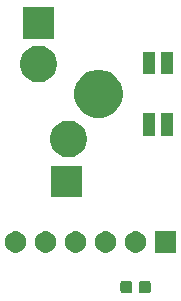
<source format=gbr>
G04 #@! TF.GenerationSoftware,KiCad,Pcbnew,(5.1.5-0-10_14)*
G04 #@! TF.CreationDate,2020-01-23T15:24:22+01:00*
G04 #@! TF.ProjectId,Cherry MX Breakout Board (Kailh Socket),43686572-7279-4204-9d58-20427265616b,v1*
G04 #@! TF.SameCoordinates,Original*
G04 #@! TF.FileFunction,Soldermask,Bot*
G04 #@! TF.FilePolarity,Negative*
%FSLAX46Y46*%
G04 Gerber Fmt 4.6, Leading zero omitted, Abs format (unit mm)*
G04 Created by KiCad (PCBNEW (5.1.5-0-10_14)) date 2020-01-23 15:24:22*
%MOMM*%
%LPD*%
G04 APERTURE LIST*
%ADD10C,0.100000*%
G04 APERTURE END LIST*
D10*
G36*
X157681591Y-121234085D02*
G01*
X157715569Y-121244393D01*
X157746890Y-121261134D01*
X157774339Y-121283661D01*
X157796866Y-121311110D01*
X157813607Y-121342431D01*
X157823915Y-121376409D01*
X157828000Y-121417890D01*
X157828000Y-122094110D01*
X157823915Y-122135591D01*
X157813607Y-122169569D01*
X157796866Y-122200890D01*
X157774339Y-122228339D01*
X157746890Y-122250866D01*
X157715569Y-122267607D01*
X157681591Y-122277915D01*
X157640110Y-122282000D01*
X157038890Y-122282000D01*
X156997409Y-122277915D01*
X156963431Y-122267607D01*
X156932110Y-122250866D01*
X156904661Y-122228339D01*
X156882134Y-122200890D01*
X156865393Y-122169569D01*
X156855085Y-122135591D01*
X156851000Y-122094110D01*
X156851000Y-121417890D01*
X156855085Y-121376409D01*
X156865393Y-121342431D01*
X156882134Y-121311110D01*
X156904661Y-121283661D01*
X156932110Y-121261134D01*
X156963431Y-121244393D01*
X156997409Y-121234085D01*
X157038890Y-121230000D01*
X157640110Y-121230000D01*
X157681591Y-121234085D01*
G37*
G36*
X156106591Y-121234085D02*
G01*
X156140569Y-121244393D01*
X156171890Y-121261134D01*
X156199339Y-121283661D01*
X156221866Y-121311110D01*
X156238607Y-121342431D01*
X156248915Y-121376409D01*
X156253000Y-121417890D01*
X156253000Y-122094110D01*
X156248915Y-122135591D01*
X156238607Y-122169569D01*
X156221866Y-122200890D01*
X156199339Y-122228339D01*
X156171890Y-122250866D01*
X156140569Y-122267607D01*
X156106591Y-122277915D01*
X156065110Y-122282000D01*
X155463890Y-122282000D01*
X155422409Y-122277915D01*
X155388431Y-122267607D01*
X155357110Y-122250866D01*
X155329661Y-122228339D01*
X155307134Y-122200890D01*
X155290393Y-122169569D01*
X155280085Y-122135591D01*
X155276000Y-122094110D01*
X155276000Y-121417890D01*
X155280085Y-121376409D01*
X155290393Y-121342431D01*
X155307134Y-121311110D01*
X155329661Y-121283661D01*
X155357110Y-121261134D01*
X155388431Y-121244393D01*
X155422409Y-121234085D01*
X155463890Y-121230000D01*
X156065110Y-121230000D01*
X156106591Y-121234085D01*
G37*
G36*
X154125512Y-117049927D02*
G01*
X154274812Y-117079624D01*
X154438784Y-117147544D01*
X154586354Y-117246147D01*
X154711853Y-117371646D01*
X154810456Y-117519216D01*
X154878376Y-117683188D01*
X154913000Y-117857259D01*
X154913000Y-118034741D01*
X154878376Y-118208812D01*
X154810456Y-118372784D01*
X154711853Y-118520354D01*
X154586354Y-118645853D01*
X154438784Y-118744456D01*
X154274812Y-118812376D01*
X154125512Y-118842073D01*
X154100742Y-118847000D01*
X153923258Y-118847000D01*
X153898488Y-118842073D01*
X153749188Y-118812376D01*
X153585216Y-118744456D01*
X153437646Y-118645853D01*
X153312147Y-118520354D01*
X153213544Y-118372784D01*
X153145624Y-118208812D01*
X153111000Y-118034741D01*
X153111000Y-117857259D01*
X153145624Y-117683188D01*
X153213544Y-117519216D01*
X153312147Y-117371646D01*
X153437646Y-117246147D01*
X153585216Y-117147544D01*
X153749188Y-117079624D01*
X153898488Y-117049927D01*
X153923258Y-117045000D01*
X154100742Y-117045000D01*
X154125512Y-117049927D01*
G37*
G36*
X151585512Y-117049927D02*
G01*
X151734812Y-117079624D01*
X151898784Y-117147544D01*
X152046354Y-117246147D01*
X152171853Y-117371646D01*
X152270456Y-117519216D01*
X152338376Y-117683188D01*
X152373000Y-117857259D01*
X152373000Y-118034741D01*
X152338376Y-118208812D01*
X152270456Y-118372784D01*
X152171853Y-118520354D01*
X152046354Y-118645853D01*
X151898784Y-118744456D01*
X151734812Y-118812376D01*
X151585512Y-118842073D01*
X151560742Y-118847000D01*
X151383258Y-118847000D01*
X151358488Y-118842073D01*
X151209188Y-118812376D01*
X151045216Y-118744456D01*
X150897646Y-118645853D01*
X150772147Y-118520354D01*
X150673544Y-118372784D01*
X150605624Y-118208812D01*
X150571000Y-118034741D01*
X150571000Y-117857259D01*
X150605624Y-117683188D01*
X150673544Y-117519216D01*
X150772147Y-117371646D01*
X150897646Y-117246147D01*
X151045216Y-117147544D01*
X151209188Y-117079624D01*
X151358488Y-117049927D01*
X151383258Y-117045000D01*
X151560742Y-117045000D01*
X151585512Y-117049927D01*
G37*
G36*
X149045512Y-117049927D02*
G01*
X149194812Y-117079624D01*
X149358784Y-117147544D01*
X149506354Y-117246147D01*
X149631853Y-117371646D01*
X149730456Y-117519216D01*
X149798376Y-117683188D01*
X149833000Y-117857259D01*
X149833000Y-118034741D01*
X149798376Y-118208812D01*
X149730456Y-118372784D01*
X149631853Y-118520354D01*
X149506354Y-118645853D01*
X149358784Y-118744456D01*
X149194812Y-118812376D01*
X149045512Y-118842073D01*
X149020742Y-118847000D01*
X148843258Y-118847000D01*
X148818488Y-118842073D01*
X148669188Y-118812376D01*
X148505216Y-118744456D01*
X148357646Y-118645853D01*
X148232147Y-118520354D01*
X148133544Y-118372784D01*
X148065624Y-118208812D01*
X148031000Y-118034741D01*
X148031000Y-117857259D01*
X148065624Y-117683188D01*
X148133544Y-117519216D01*
X148232147Y-117371646D01*
X148357646Y-117246147D01*
X148505216Y-117147544D01*
X148669188Y-117079624D01*
X148818488Y-117049927D01*
X148843258Y-117045000D01*
X149020742Y-117045000D01*
X149045512Y-117049927D01*
G37*
G36*
X146505512Y-117049927D02*
G01*
X146654812Y-117079624D01*
X146818784Y-117147544D01*
X146966354Y-117246147D01*
X147091853Y-117371646D01*
X147190456Y-117519216D01*
X147258376Y-117683188D01*
X147293000Y-117857259D01*
X147293000Y-118034741D01*
X147258376Y-118208812D01*
X147190456Y-118372784D01*
X147091853Y-118520354D01*
X146966354Y-118645853D01*
X146818784Y-118744456D01*
X146654812Y-118812376D01*
X146505512Y-118842073D01*
X146480742Y-118847000D01*
X146303258Y-118847000D01*
X146278488Y-118842073D01*
X146129188Y-118812376D01*
X145965216Y-118744456D01*
X145817646Y-118645853D01*
X145692147Y-118520354D01*
X145593544Y-118372784D01*
X145525624Y-118208812D01*
X145491000Y-118034741D01*
X145491000Y-117857259D01*
X145525624Y-117683188D01*
X145593544Y-117519216D01*
X145692147Y-117371646D01*
X145817646Y-117246147D01*
X145965216Y-117147544D01*
X146129188Y-117079624D01*
X146278488Y-117049927D01*
X146303258Y-117045000D01*
X146480742Y-117045000D01*
X146505512Y-117049927D01*
G37*
G36*
X156665512Y-117049927D02*
G01*
X156814812Y-117079624D01*
X156978784Y-117147544D01*
X157126354Y-117246147D01*
X157251853Y-117371646D01*
X157350456Y-117519216D01*
X157418376Y-117683188D01*
X157453000Y-117857259D01*
X157453000Y-118034741D01*
X157418376Y-118208812D01*
X157350456Y-118372784D01*
X157251853Y-118520354D01*
X157126354Y-118645853D01*
X156978784Y-118744456D01*
X156814812Y-118812376D01*
X156665512Y-118842073D01*
X156640742Y-118847000D01*
X156463258Y-118847000D01*
X156438488Y-118842073D01*
X156289188Y-118812376D01*
X156125216Y-118744456D01*
X155977646Y-118645853D01*
X155852147Y-118520354D01*
X155753544Y-118372784D01*
X155685624Y-118208812D01*
X155651000Y-118034741D01*
X155651000Y-117857259D01*
X155685624Y-117683188D01*
X155753544Y-117519216D01*
X155852147Y-117371646D01*
X155977646Y-117246147D01*
X156125216Y-117147544D01*
X156289188Y-117079624D01*
X156438488Y-117049927D01*
X156463258Y-117045000D01*
X156640742Y-117045000D01*
X156665512Y-117049927D01*
G37*
G36*
X159993000Y-118847000D02*
G01*
X158191000Y-118847000D01*
X158191000Y-117045000D01*
X159993000Y-117045000D01*
X159993000Y-118847000D01*
G37*
G36*
X152032000Y-114146000D02*
G01*
X149430000Y-114146000D01*
X149430000Y-111494000D01*
X152032000Y-111494000D01*
X152032000Y-114146000D01*
G37*
G36*
X151178585Y-107698802D02*
G01*
X151328410Y-107728604D01*
X151610674Y-107845521D01*
X151864705Y-108015259D01*
X152080741Y-108231295D01*
X152250479Y-108485326D01*
X152367396Y-108767590D01*
X152427000Y-109067240D01*
X152427000Y-109372760D01*
X152367396Y-109672410D01*
X152250479Y-109954674D01*
X152080741Y-110208705D01*
X151864705Y-110424741D01*
X151610674Y-110594479D01*
X151328410Y-110711396D01*
X151178585Y-110741198D01*
X151028761Y-110771000D01*
X150723239Y-110771000D01*
X150573415Y-110741198D01*
X150423590Y-110711396D01*
X150141326Y-110594479D01*
X149887295Y-110424741D01*
X149671259Y-110208705D01*
X149501521Y-109954674D01*
X149384604Y-109672410D01*
X149325000Y-109372760D01*
X149325000Y-109067240D01*
X149384604Y-108767590D01*
X149501521Y-108485326D01*
X149671259Y-108231295D01*
X149887295Y-108015259D01*
X150141326Y-107845521D01*
X150423590Y-107728604D01*
X150573415Y-107698802D01*
X150723239Y-107669000D01*
X151028761Y-107669000D01*
X151178585Y-107698802D01*
G37*
G36*
X159717000Y-108961000D02*
G01*
X158715000Y-108961000D01*
X158715000Y-107059000D01*
X159717000Y-107059000D01*
X159717000Y-108961000D01*
G37*
G36*
X158217000Y-108961000D02*
G01*
X157215000Y-108961000D01*
X157215000Y-107059000D01*
X158217000Y-107059000D01*
X158217000Y-108961000D01*
G37*
G36*
X154014254Y-103437818D02*
G01*
X154387511Y-103592426D01*
X154387513Y-103592427D01*
X154723436Y-103816884D01*
X155009116Y-104102564D01*
X155221889Y-104421000D01*
X155233574Y-104438489D01*
X155388182Y-104811746D01*
X155467000Y-105207993D01*
X155467000Y-105612007D01*
X155388182Y-106008254D01*
X155233574Y-106381511D01*
X155233573Y-106381513D01*
X155009116Y-106717436D01*
X154723436Y-107003116D01*
X154387513Y-107227573D01*
X154387512Y-107227574D01*
X154387511Y-107227574D01*
X154014254Y-107382182D01*
X153618007Y-107461000D01*
X153213993Y-107461000D01*
X152817746Y-107382182D01*
X152444489Y-107227574D01*
X152444488Y-107227574D01*
X152444487Y-107227573D01*
X152108564Y-107003116D01*
X151822884Y-106717436D01*
X151598427Y-106381513D01*
X151598426Y-106381511D01*
X151443818Y-106008254D01*
X151365000Y-105612007D01*
X151365000Y-105207993D01*
X151443818Y-104811746D01*
X151598426Y-104438489D01*
X151610112Y-104421000D01*
X151822884Y-104102564D01*
X152108564Y-103816884D01*
X152444487Y-103592427D01*
X152444489Y-103592426D01*
X152817746Y-103437818D01*
X153213993Y-103359000D01*
X153618007Y-103359000D01*
X154014254Y-103437818D01*
G37*
G36*
X148638585Y-101348802D02*
G01*
X148788410Y-101378604D01*
X149070674Y-101495521D01*
X149324705Y-101665259D01*
X149540741Y-101881295D01*
X149710479Y-102135326D01*
X149827396Y-102417590D01*
X149887000Y-102717240D01*
X149887000Y-103022760D01*
X149827396Y-103322410D01*
X149710479Y-103604674D01*
X149540741Y-103858705D01*
X149324705Y-104074741D01*
X149070674Y-104244479D01*
X148788410Y-104361396D01*
X148638585Y-104391198D01*
X148488761Y-104421000D01*
X148183239Y-104421000D01*
X148033415Y-104391198D01*
X147883590Y-104361396D01*
X147601326Y-104244479D01*
X147347295Y-104074741D01*
X147131259Y-103858705D01*
X146961521Y-103604674D01*
X146844604Y-103322410D01*
X146785000Y-103022760D01*
X146785000Y-102717240D01*
X146844604Y-102417590D01*
X146961521Y-102135326D01*
X147131259Y-101881295D01*
X147347295Y-101665259D01*
X147601326Y-101495521D01*
X147883590Y-101378604D01*
X148033415Y-101348802D01*
X148183239Y-101319000D01*
X148488761Y-101319000D01*
X148638585Y-101348802D01*
G37*
G36*
X159717000Y-103761000D02*
G01*
X158715000Y-103761000D01*
X158715000Y-101859000D01*
X159717000Y-101859000D01*
X159717000Y-103761000D01*
G37*
G36*
X158217000Y-103761000D02*
G01*
X157215000Y-103761000D01*
X157215000Y-101859000D01*
X158217000Y-101859000D01*
X158217000Y-103761000D01*
G37*
G36*
X149637000Y-100721000D02*
G01*
X147035000Y-100721000D01*
X147035000Y-98069000D01*
X149637000Y-98069000D01*
X149637000Y-100721000D01*
G37*
M02*

</source>
